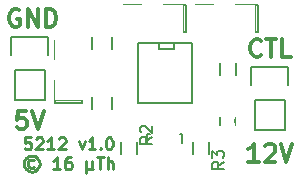
<source format=gto>
G04 #@! TF.FileFunction,Legend,Top*
%FSLAX46Y46*%
G04 Gerber Fmt 4.6, Leading zero omitted, Abs format (unit mm)*
G04 Created by KiCad (PCBNEW 4.0.0-stable) date 2016 March 08, Tuesday 03:17:28*
%MOMM*%
G01*
G04 APERTURE LIST*
%ADD10C,0.100000*%
%ADD11C,0.254000*%
%ADD12C,0.300000*%
%ADD13C,0.150000*%
%ADD14R,1.650000X1.900000*%
%ADD15R,1.924000X2.432000*%
%ADD16R,2.432000X1.924000*%
%ADD17R,1.150000X1.600000*%
%ADD18R,2.432000X2.432000*%
%ADD19O,2.432000X2.432000*%
%ADD20R,1.200100X2.200860*%
%ADD21R,1.300000X1.600000*%
%ADD22R,1.543000X0.908000*%
G04 APERTURE END LIST*
D10*
D11*
X130410857Y-109603419D02*
X129927048Y-109603419D01*
X129878667Y-110087229D01*
X129927048Y-110038848D01*
X130023810Y-109990467D01*
X130265714Y-109990467D01*
X130362476Y-110038848D01*
X130410857Y-110087229D01*
X130459238Y-110183990D01*
X130459238Y-110425895D01*
X130410857Y-110522657D01*
X130362476Y-110571038D01*
X130265714Y-110619419D01*
X130023810Y-110619419D01*
X129927048Y-110571038D01*
X129878667Y-110522657D01*
X130846286Y-109700181D02*
X130894667Y-109651800D01*
X130991429Y-109603419D01*
X131233333Y-109603419D01*
X131330095Y-109651800D01*
X131378476Y-109700181D01*
X131426857Y-109796943D01*
X131426857Y-109893705D01*
X131378476Y-110038848D01*
X130797905Y-110619419D01*
X131426857Y-110619419D01*
X132394476Y-110619419D02*
X131813905Y-110619419D01*
X132104191Y-110619419D02*
X132104191Y-109603419D01*
X132007429Y-109748562D01*
X131910667Y-109845324D01*
X131813905Y-109893705D01*
X132781524Y-109700181D02*
X132829905Y-109651800D01*
X132926667Y-109603419D01*
X133168571Y-109603419D01*
X133265333Y-109651800D01*
X133313714Y-109700181D01*
X133362095Y-109796943D01*
X133362095Y-109893705D01*
X133313714Y-110038848D01*
X132733143Y-110619419D01*
X133362095Y-110619419D01*
X134474857Y-109942086D02*
X134716762Y-110619419D01*
X134958666Y-109942086D01*
X135877904Y-110619419D02*
X135297333Y-110619419D01*
X135587619Y-110619419D02*
X135587619Y-109603419D01*
X135490857Y-109748562D01*
X135394095Y-109845324D01*
X135297333Y-109893705D01*
X136313333Y-110522657D02*
X136361714Y-110571038D01*
X136313333Y-110619419D01*
X136264952Y-110571038D01*
X136313333Y-110522657D01*
X136313333Y-110619419D01*
X136990667Y-109603419D02*
X137087428Y-109603419D01*
X137184190Y-109651800D01*
X137232571Y-109700181D01*
X137280952Y-109796943D01*
X137329333Y-109990467D01*
X137329333Y-110232371D01*
X137280952Y-110425895D01*
X137232571Y-110522657D01*
X137184190Y-110571038D01*
X137087428Y-110619419D01*
X136990667Y-110619419D01*
X136893905Y-110571038D01*
X136845524Y-110522657D01*
X136797143Y-110425895D01*
X136748762Y-110232371D01*
X136748762Y-109990467D01*
X136797143Y-109796943D01*
X136845524Y-109700181D01*
X136893905Y-109651800D01*
X136990667Y-109603419D01*
X130676953Y-111521724D02*
X130580191Y-111473343D01*
X130386667Y-111473343D01*
X130289905Y-111521724D01*
X130193143Y-111618486D01*
X130144762Y-111715248D01*
X130144762Y-111908771D01*
X130193143Y-112005533D01*
X130289905Y-112102295D01*
X130386667Y-112150676D01*
X130580191Y-112150676D01*
X130676953Y-112102295D01*
X130483429Y-111134676D02*
X130241524Y-111183057D01*
X129999620Y-111328200D01*
X129854477Y-111570105D01*
X129806096Y-111812010D01*
X129854477Y-112053914D01*
X129999620Y-112295819D01*
X130241524Y-112440962D01*
X130483429Y-112489343D01*
X130725334Y-112440962D01*
X130967239Y-112295819D01*
X131112382Y-112053914D01*
X131160762Y-111812010D01*
X131112382Y-111570105D01*
X130967239Y-111328200D01*
X130725334Y-111183057D01*
X130483429Y-111134676D01*
X132902476Y-112295819D02*
X132321905Y-112295819D01*
X132612191Y-112295819D02*
X132612191Y-111279819D01*
X132515429Y-111424962D01*
X132418667Y-111521724D01*
X132321905Y-111570105D01*
X133773333Y-111279819D02*
X133579810Y-111279819D01*
X133483048Y-111328200D01*
X133434667Y-111376581D01*
X133337905Y-111521724D01*
X133289524Y-111715248D01*
X133289524Y-112102295D01*
X133337905Y-112199057D01*
X133386286Y-112247438D01*
X133483048Y-112295819D01*
X133676571Y-112295819D01*
X133773333Y-112247438D01*
X133821714Y-112199057D01*
X133870095Y-112102295D01*
X133870095Y-111860390D01*
X133821714Y-111763629D01*
X133773333Y-111715248D01*
X133676571Y-111666867D01*
X133483048Y-111666867D01*
X133386286Y-111715248D01*
X133337905Y-111763629D01*
X133289524Y-111860390D01*
X135079619Y-111618486D02*
X135079619Y-112634486D01*
X135563428Y-112150676D02*
X135611809Y-112247438D01*
X135708571Y-112295819D01*
X135079619Y-112150676D02*
X135128000Y-112247438D01*
X135224762Y-112295819D01*
X135418285Y-112295819D01*
X135515047Y-112247438D01*
X135563428Y-112150676D01*
X135563428Y-111618486D01*
X135998857Y-111279819D02*
X136579428Y-111279819D01*
X136289143Y-112295819D02*
X136289143Y-111279819D01*
X136918095Y-112295819D02*
X136918095Y-111279819D01*
X137353523Y-112295819D02*
X137353523Y-111763629D01*
X137305142Y-111666867D01*
X137208380Y-111618486D01*
X137063238Y-111618486D01*
X136966476Y-111666867D01*
X136918095Y-111715248D01*
D12*
X149693429Y-111676571D02*
X148836286Y-111676571D01*
X149264858Y-111676571D02*
X149264858Y-110176571D01*
X149122001Y-110390857D01*
X148979143Y-110533714D01*
X148836286Y-110605143D01*
X150264857Y-110319429D02*
X150336286Y-110248000D01*
X150479143Y-110176571D01*
X150836286Y-110176571D01*
X150979143Y-110248000D01*
X151050572Y-110319429D01*
X151122000Y-110462286D01*
X151122000Y-110605143D01*
X151050572Y-110819429D01*
X150193429Y-111676571D01*
X151122000Y-111676571D01*
X151550571Y-110176571D02*
X152050571Y-111676571D01*
X152550571Y-110176571D01*
X149907715Y-102643714D02*
X149836286Y-102715143D01*
X149622000Y-102786571D01*
X149479143Y-102786571D01*
X149264858Y-102715143D01*
X149122000Y-102572286D01*
X149050572Y-102429429D01*
X148979143Y-102143714D01*
X148979143Y-101929429D01*
X149050572Y-101643714D01*
X149122000Y-101500857D01*
X149264858Y-101358000D01*
X149479143Y-101286571D01*
X149622000Y-101286571D01*
X149836286Y-101358000D01*
X149907715Y-101429429D01*
X150336286Y-101286571D02*
X151193429Y-101286571D01*
X150764858Y-102786571D02*
X150764858Y-101286571D01*
X152407715Y-102786571D02*
X151693429Y-102786571D01*
X151693429Y-101286571D01*
X129413143Y-98818000D02*
X129270286Y-98746571D01*
X129056000Y-98746571D01*
X128841715Y-98818000D01*
X128698857Y-98960857D01*
X128627429Y-99103714D01*
X128556000Y-99389429D01*
X128556000Y-99603714D01*
X128627429Y-99889429D01*
X128698857Y-100032286D01*
X128841715Y-100175143D01*
X129056000Y-100246571D01*
X129198857Y-100246571D01*
X129413143Y-100175143D01*
X129484572Y-100103714D01*
X129484572Y-99603714D01*
X129198857Y-99603714D01*
X130127429Y-100246571D02*
X130127429Y-98746571D01*
X130984572Y-100246571D01*
X130984572Y-98746571D01*
X131698858Y-100246571D02*
X131698858Y-98746571D01*
X132056001Y-98746571D01*
X132270286Y-98818000D01*
X132413144Y-98960857D01*
X132484572Y-99103714D01*
X132556001Y-99389429D01*
X132556001Y-99603714D01*
X132484572Y-99889429D01*
X132413144Y-100032286D01*
X132270286Y-100175143D01*
X132056001Y-100246571D01*
X131698858Y-100246571D01*
X130016287Y-107382571D02*
X129302001Y-107382571D01*
X129230572Y-108096857D01*
X129302001Y-108025429D01*
X129444858Y-107954000D01*
X129802001Y-107954000D01*
X129944858Y-108025429D01*
X130016287Y-108096857D01*
X130087715Y-108239714D01*
X130087715Y-108596857D01*
X130016287Y-108739714D01*
X129944858Y-108811143D01*
X129802001Y-108882571D01*
X129444858Y-108882571D01*
X129302001Y-108811143D01*
X129230572Y-108739714D01*
X130516286Y-107382571D02*
X131016286Y-108882571D01*
X131516286Y-107382571D01*
D13*
X137248000Y-102100000D02*
X137248000Y-101100000D01*
X135548000Y-101100000D02*
X135548000Y-102100000D01*
X137248000Y-107180000D02*
X137248000Y-106180000D01*
X135548000Y-106180000D02*
X135548000Y-107180000D01*
X149352000Y-100711000D02*
X149606000Y-100711000D01*
X149606000Y-100711000D02*
X149606000Y-98425000D01*
X149606000Y-98425000D02*
X149352000Y-98425000D01*
X149352000Y-100711000D02*
X149352000Y-98425000D01*
X149352000Y-98425000D02*
X147701000Y-98425000D01*
X145923000Y-100711000D02*
X144272000Y-100711000D01*
X144272000Y-100711000D02*
X144272000Y-98425000D01*
X144272000Y-98425000D02*
X145923000Y-98425000D01*
X147701000Y-100711000D02*
X149352000Y-100711000D01*
X132461000Y-106426000D02*
X132461000Y-106680000D01*
X132461000Y-106680000D02*
X134747000Y-106680000D01*
X134747000Y-106680000D02*
X134747000Y-106426000D01*
X132461000Y-106426000D02*
X134747000Y-106426000D01*
X134747000Y-106426000D02*
X134747000Y-104775000D01*
X132461000Y-102997000D02*
X132461000Y-101346000D01*
X132461000Y-101346000D02*
X134747000Y-101346000D01*
X134747000Y-101346000D02*
X134747000Y-102997000D01*
X132461000Y-104775000D02*
X132461000Y-106426000D01*
X146466000Y-108554000D02*
X146466000Y-107854000D01*
X147666000Y-107854000D02*
X147666000Y-108554000D01*
X143256000Y-100711000D02*
X143510000Y-100711000D01*
X143510000Y-100711000D02*
X143510000Y-98425000D01*
X143510000Y-98425000D02*
X143256000Y-98425000D01*
X143256000Y-100711000D02*
X143256000Y-98425000D01*
X143256000Y-98425000D02*
X141605000Y-98425000D01*
X139827000Y-100711000D02*
X138176000Y-100711000D01*
X138176000Y-100711000D02*
X138176000Y-98425000D01*
X138176000Y-98425000D02*
X139827000Y-98425000D01*
X141605000Y-100711000D02*
X143256000Y-100711000D01*
X131572000Y-103886000D02*
X131572000Y-106426000D01*
X131852000Y-101066000D02*
X131852000Y-102616000D01*
X131572000Y-103886000D02*
X129032000Y-103886000D01*
X128752000Y-102616000D02*
X128752000Y-101066000D01*
X128752000Y-101066000D02*
X131852000Y-101066000D01*
X129032000Y-103886000D02*
X129032000Y-106426000D01*
X129032000Y-106426000D02*
X131572000Y-106426000D01*
X151892000Y-106426000D02*
X151892000Y-108966000D01*
X152172000Y-103606000D02*
X152172000Y-105156000D01*
X151892000Y-106426000D02*
X149352000Y-106426000D01*
X149072000Y-105156000D02*
X149072000Y-103606000D01*
X149072000Y-103606000D02*
X152172000Y-103606000D01*
X149352000Y-106426000D02*
X149352000Y-108966000D01*
X149352000Y-108966000D02*
X151892000Y-108966000D01*
X140232180Y-110032800D02*
X140232180Y-109331760D01*
X140232180Y-109331760D02*
X140481100Y-109331760D01*
X143031160Y-109331760D02*
X143231820Y-109331760D01*
X143231820Y-109331760D02*
X143231820Y-110032800D01*
X146391000Y-104302000D02*
X146391000Y-103302000D01*
X147741000Y-103302000D02*
X147741000Y-104302000D01*
X138009000Y-110990000D02*
X138009000Y-109990000D01*
X139359000Y-109990000D02*
X139359000Y-110990000D01*
X145455000Y-109990000D02*
X145455000Y-110990000D01*
X144105000Y-110990000D02*
X144105000Y-109990000D01*
X144018000Y-101600000D02*
X144018000Y-106680000D01*
X144018000Y-106680000D02*
X139446000Y-106680000D01*
X139446000Y-106680000D02*
X139446000Y-101600000D01*
X139446000Y-101600000D02*
X144018000Y-101600000D01*
X142494000Y-101600000D02*
X142494000Y-102108000D01*
X142494000Y-102108000D02*
X141224000Y-102108000D01*
X141224000Y-102108000D02*
X141224000Y-101600000D01*
X140660381Y-109556666D02*
X140184190Y-109890000D01*
X140660381Y-110128095D02*
X139660381Y-110128095D01*
X139660381Y-109747142D01*
X139708000Y-109651904D01*
X139755619Y-109604285D01*
X139850857Y-109556666D01*
X139993714Y-109556666D01*
X140088952Y-109604285D01*
X140136571Y-109651904D01*
X140184190Y-109747142D01*
X140184190Y-110128095D01*
X139755619Y-109175714D02*
X139708000Y-109128095D01*
X139660381Y-109032857D01*
X139660381Y-108794761D01*
X139708000Y-108699523D01*
X139755619Y-108651904D01*
X139850857Y-108604285D01*
X139946095Y-108604285D01*
X140088952Y-108651904D01*
X140660381Y-109223333D01*
X140660381Y-108604285D01*
X146756381Y-111672666D02*
X146280190Y-112006000D01*
X146756381Y-112244095D02*
X145756381Y-112244095D01*
X145756381Y-111863142D01*
X145804000Y-111767904D01*
X145851619Y-111720285D01*
X145946857Y-111672666D01*
X146089714Y-111672666D01*
X146184952Y-111720285D01*
X146232571Y-111767904D01*
X146280190Y-111863142D01*
X146280190Y-112244095D01*
X145756381Y-111339333D02*
X145756381Y-110720285D01*
X146137333Y-111053619D01*
X146137333Y-110910761D01*
X146184952Y-110815523D01*
X146232571Y-110767904D01*
X146327810Y-110720285D01*
X146565905Y-110720285D01*
X146661143Y-110767904D01*
X146708762Y-110815523D01*
X146756381Y-110910761D01*
X146756381Y-111196476D01*
X146708762Y-111291714D01*
X146661143Y-111339333D01*
%LPC*%
D14*
X136398000Y-100350000D03*
X136398000Y-102850000D03*
X136398000Y-105430000D03*
X136398000Y-107930000D03*
D15*
X148463000Y-99568000D03*
X145161000Y-99568000D03*
D16*
X133604000Y-105537000D03*
X133604000Y-102235000D03*
D17*
X147066000Y-109154000D03*
X147066000Y-107254000D03*
D15*
X142367000Y-99568000D03*
X139065000Y-99568000D03*
D18*
X130302000Y-102616000D03*
D19*
X130302000Y-105156000D03*
D18*
X150622000Y-105156000D03*
D19*
X150622000Y-107696000D03*
D20*
X140782000Y-111483140D03*
X142682000Y-111483140D03*
X141732000Y-108480860D03*
D21*
X147066000Y-102702000D03*
X147066000Y-104902000D03*
X138684000Y-109390000D03*
X138684000Y-111590000D03*
X144780000Y-111590000D03*
X144780000Y-109390000D03*
D22*
X144907000Y-102235000D03*
X144907000Y-103505000D03*
X144907000Y-104775000D03*
X144907000Y-106045000D03*
X138557000Y-106045000D03*
X138557000Y-104775000D03*
X138557000Y-103505000D03*
X138557000Y-102235000D03*
M02*

</source>
